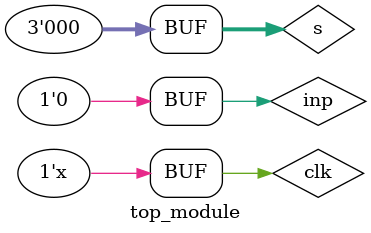
<source format=v>
`timescale 1ps/1ps
module top_module();
	specparam time_period =10;
    reg inp;
    reg clk;
    reg [2:0] s;
    
  //clk 
    initial clk =0;
    always begin
        #(time_period/2) clk = ~clk;
    end
    
  //seperate initial for generating inp
    initial begin
    	#0 inp=0;
        #20 inp=1;
        #10 inp=0;
        #10 inp=1;
        #30 inp=0;
    end
    
  //seperate initial for generating s
    initial begin
		#0 s=2;
        #10 s=6;
        #10 s=2;
        #10 s=7;
        #10 s=0;
    end
    
  //instantiate module q7
    q7 q7_ins(.clk(clk),.in(inp),.s(s));
    
endmodule

</source>
